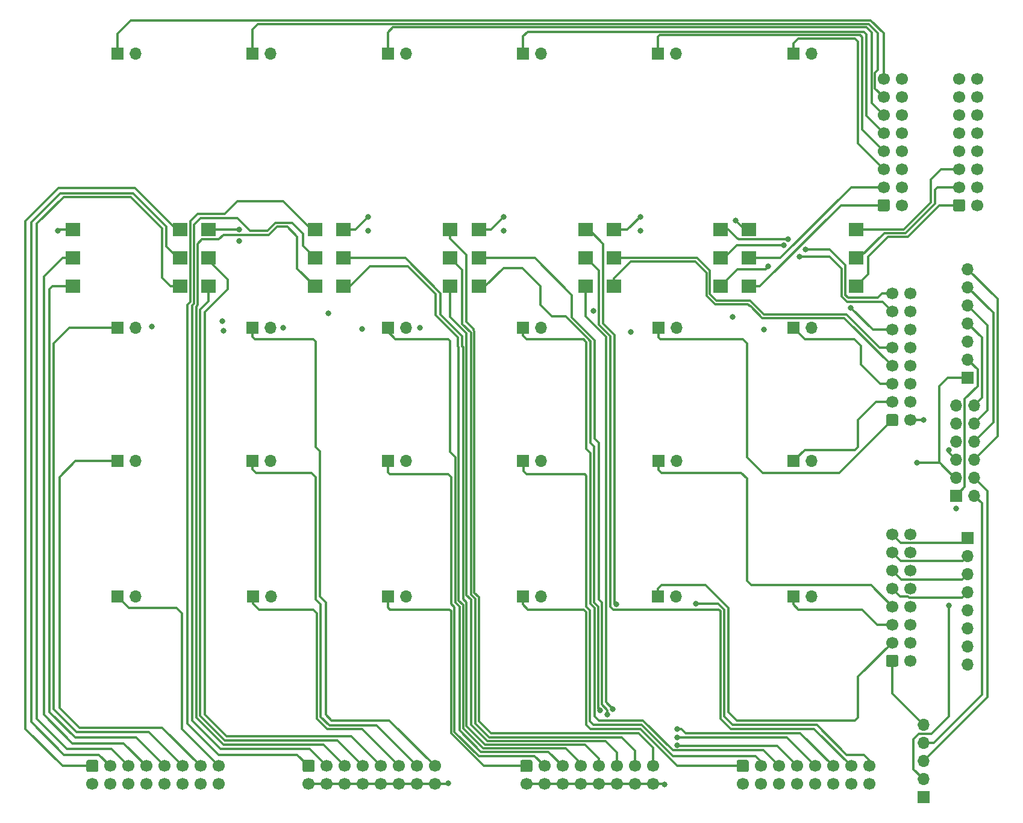
<source format=gbr>
%TF.GenerationSoftware,KiCad,Pcbnew,(5.1.10)-1*%
%TF.CreationDate,2022-05-16T18:50:31-07:00*%
%TF.ProjectId,KeyPad_Board,4b657950-6164-45f4-926f-6172642e6b69,rev?*%
%TF.SameCoordinates,Original*%
%TF.FileFunction,Copper,L1,Top*%
%TF.FilePolarity,Positive*%
%FSLAX46Y46*%
G04 Gerber Fmt 4.6, Leading zero omitted, Abs format (unit mm)*
G04 Created by KiCad (PCBNEW (5.1.10)-1) date 2022-05-16 18:50:31*
%MOMM*%
%LPD*%
G01*
G04 APERTURE LIST*
%TA.AperFunction,ComponentPad*%
%ADD10C,1.700000*%
%TD*%
%TA.AperFunction,SMDPad,CuDef*%
%ADD11R,2.000000X1.900000*%
%TD*%
%TA.AperFunction,ComponentPad*%
%ADD12R,1.700000X1.700000*%
%TD*%
%TA.AperFunction,ComponentPad*%
%ADD13O,1.700000X1.700000*%
%TD*%
%TA.AperFunction,ViaPad*%
%ADD14C,0.800000*%
%TD*%
%TA.AperFunction,Conductor*%
%ADD15C,0.300000*%
%TD*%
G04 APERTURE END LIST*
%TO.P,J6,1*%
%TO.N,R*%
%TA.AperFunction,ComponentPad*%
G36*
G01*
X153750000Y-85600000D02*
X153750000Y-84400000D01*
G75*
G02*
X154000000Y-84150000I250000J0D01*
G01*
X155200000Y-84150000D01*
G75*
G02*
X155450000Y-84400000I0J-250000D01*
G01*
X155450000Y-85600000D01*
G75*
G02*
X155200000Y-85850000I-250000J0D01*
G01*
X154000000Y-85850000D01*
G75*
G02*
X153750000Y-85600000I0J250000D01*
G01*
G37*
%TD.AperFunction*%
D10*
%TO.P,J6,3*%
%TO.N,G*%
X154600000Y-82460000D03*
%TO.P,J6,5*%
%TO.N,T*%
X154600000Y-79920000D03*
%TO.P,J6,7*%
%TO.N,SW5_CLICK*%
X154600000Y-77380000D03*
%TO.P,J6,9*%
%TO.N,SW5_LEFT*%
X154600000Y-74840000D03*
%TO.P,J6,11*%
%TO.N,SW5_DOWN*%
X154600000Y-72300000D03*
%TO.P,J6,13*%
%TO.N,SW5_RIGHT*%
X154600000Y-69760000D03*
%TO.P,J6,15*%
%TO.N,SW5_UP*%
X154600000Y-67220000D03*
%TO.P,J6,2*%
%TO.N,GND*%
X157140000Y-85000000D03*
%TO.P,J6,4*%
X157140000Y-82460000D03*
%TO.P,J6,6*%
X157140000Y-79920000D03*
%TO.P,J6,8*%
X157140000Y-77380000D03*
%TO.P,J6,10*%
X157140000Y-74840000D03*
%TO.P,J6,12*%
X157140000Y-72300000D03*
%TO.P,J6,14*%
X157140000Y-69760000D03*
%TO.P,J6,16*%
X157140000Y-67220000D03*
%TD*%
D11*
%TO.P,SW6,4*%
%TO.N,SW6_UP*%
X149500000Y-58200000D03*
%TO.P,SW6,5*%
%TO.N,SW6_RIGHT*%
X149500000Y-62200000D03*
%TO.P,SW6,6*%
%TO.N,SW6_DOWN*%
X149500000Y-66200000D03*
%TO.P,SW6,1*%
%TO.N,GND*%
X134500000Y-58200000D03*
%TO.P,SW6,2*%
%TO.N,SW6_LEFT*%
X134500000Y-62200000D03*
%TO.P,SW6,3*%
%TO.N,SW6_CLICK*%
X134500000Y-66200000D03*
%TD*%
%TO.P,J1,1*%
%TO.N,SW1_UP*%
%TA.AperFunction,ComponentPad*%
G36*
G01*
X41600000Y-132750000D02*
X42800000Y-132750000D01*
G75*
G02*
X43050000Y-133000000I0J-250000D01*
G01*
X43050000Y-134200000D01*
G75*
G02*
X42800000Y-134450000I-250000J0D01*
G01*
X41600000Y-134450000D01*
G75*
G02*
X41350000Y-134200000I0J250000D01*
G01*
X41350000Y-133000000D01*
G75*
G02*
X41600000Y-132750000I250000J0D01*
G01*
G37*
%TD.AperFunction*%
D10*
%TO.P,J1,3*%
%TO.N,SW1_RIGHT*%
X44740000Y-133600000D03*
%TO.P,J1,5*%
%TO.N,SW1_DOWN*%
X47280000Y-133600000D03*
%TO.P,J1,7*%
%TO.N,SW1_LEFT*%
X49820000Y-133600000D03*
%TO.P,J1,9*%
%TO.N,SW1_CLICK*%
X52360000Y-133600000D03*
%TO.P,J1,11*%
%TO.N,TAB*%
X54900000Y-133600000D03*
%TO.P,J1,13*%
%TO.N,SHIFT*%
X57440000Y-133600000D03*
%TO.P,J1,15*%
%TO.N,CTRL*%
X59980000Y-133600000D03*
%TO.P,J1,2*%
%TO.N,GND*%
X42200000Y-136140000D03*
%TO.P,J1,4*%
X44740000Y-136140000D03*
%TO.P,J1,6*%
X47280000Y-136140000D03*
%TO.P,J1,8*%
X49820000Y-136140000D03*
%TO.P,J1,10*%
X52360000Y-136140000D03*
%TO.P,J1,12*%
X54900000Y-136140000D03*
%TO.P,J1,14*%
X57440000Y-136140000D03*
%TO.P,J1,16*%
X59980000Y-136140000D03*
%TD*%
%TO.P,J2,1*%
%TO.N,SW2_UP*%
%TA.AperFunction,ComponentPad*%
G36*
G01*
X72000000Y-132750000D02*
X73200000Y-132750000D01*
G75*
G02*
X73450000Y-133000000I0J-250000D01*
G01*
X73450000Y-134200000D01*
G75*
G02*
X73200000Y-134450000I-250000J0D01*
G01*
X72000000Y-134450000D01*
G75*
G02*
X71750000Y-134200000I0J250000D01*
G01*
X71750000Y-133000000D01*
G75*
G02*
X72000000Y-132750000I250000J0D01*
G01*
G37*
%TD.AperFunction*%
%TO.P,J2,3*%
%TO.N,SW2_RIGHT*%
X75140000Y-133600000D03*
%TO.P,J2,5*%
%TO.N,SW2_DOWN*%
X77680000Y-133600000D03*
%TO.P,J2,7*%
%TO.N,SW2_CLICK*%
X80220000Y-133600000D03*
%TO.P,J2,9*%
%TO.N,SW2_LEFT*%
X82760000Y-133600000D03*
%TO.P,J2,11*%
%TO.N,Z*%
X85300000Y-133600000D03*
%TO.P,J2,13*%
%TO.N,A*%
X87840000Y-133600000D03*
%TO.P,J2,15*%
%TO.N,Q*%
X90380000Y-133600000D03*
%TO.P,J2,2*%
%TO.N,GND*%
X72600000Y-136140000D03*
%TO.P,J2,4*%
X75140000Y-136140000D03*
%TO.P,J2,6*%
X77680000Y-136140000D03*
%TO.P,J2,8*%
X80220000Y-136140000D03*
%TO.P,J2,10*%
X82760000Y-136140000D03*
%TO.P,J2,12*%
X85300000Y-136140000D03*
%TO.P,J2,14*%
X87840000Y-136140000D03*
%TO.P,J2,16*%
X90380000Y-136140000D03*
%TD*%
%TO.P,J3,1*%
%TO.N,X*%
%TA.AperFunction,ComponentPad*%
G36*
G01*
X102600000Y-132750000D02*
X103800000Y-132750000D01*
G75*
G02*
X104050000Y-133000000I0J-250000D01*
G01*
X104050000Y-134200000D01*
G75*
G02*
X103800000Y-134450000I-250000J0D01*
G01*
X102600000Y-134450000D01*
G75*
G02*
X102350000Y-134200000I0J250000D01*
G01*
X102350000Y-133000000D01*
G75*
G02*
X102600000Y-132750000I250000J0D01*
G01*
G37*
%TD.AperFunction*%
%TO.P,J3,3*%
%TO.N,S*%
X105740000Y-133600000D03*
%TO.P,J3,5*%
%TO.N,W*%
X108280000Y-133600000D03*
%TO.P,J3,7*%
%TO.N,SW3_CLICK*%
X110820000Y-133600000D03*
%TO.P,J3,9*%
%TO.N,SW3_LEFT*%
X113360000Y-133600000D03*
%TO.P,J3,11*%
%TO.N,SW3_DOWN*%
X115900000Y-133600000D03*
%TO.P,J3,13*%
%TO.N,SW3_RIGHT*%
X118440000Y-133600000D03*
%TO.P,J3,15*%
%TO.N,SW3_UP*%
X120980000Y-133600000D03*
%TO.P,J3,2*%
%TO.N,GND*%
X103200000Y-136140000D03*
%TO.P,J3,4*%
X105740000Y-136140000D03*
%TO.P,J3,6*%
X108280000Y-136140000D03*
%TO.P,J3,8*%
X110820000Y-136140000D03*
%TO.P,J3,10*%
X113360000Y-136140000D03*
%TO.P,J3,12*%
X115900000Y-136140000D03*
%TO.P,J3,14*%
X118440000Y-136140000D03*
%TO.P,J3,16*%
X120980000Y-136140000D03*
%TD*%
%TO.P,J4,16*%
%TO.N,GND*%
X151380000Y-136140000D03*
%TO.P,J4,14*%
X148840000Y-136140000D03*
%TO.P,J4,12*%
X146300000Y-136140000D03*
%TO.P,J4,10*%
X143760000Y-136140000D03*
%TO.P,J4,8*%
X141220000Y-136140000D03*
%TO.P,J4,6*%
X138680000Y-136140000D03*
%TO.P,J4,4*%
X136140000Y-136140000D03*
%TO.P,J4,2*%
X133600000Y-136140000D03*
%TO.P,J4,15*%
%TO.N,SW4_UP*%
X151380000Y-133600000D03*
%TO.P,J4,13*%
%TO.N,SW4_RIGHT*%
X148840000Y-133600000D03*
%TO.P,J4,11*%
%TO.N,SW4_DOWN*%
X146300000Y-133600000D03*
%TO.P,J4,9*%
%TO.N,SW4_LEFT*%
X143760000Y-133600000D03*
%TO.P,J4,7*%
%TO.N,SW4_CLICK*%
X141220000Y-133600000D03*
%TO.P,J4,5*%
%TO.N,E*%
X138680000Y-133600000D03*
%TO.P,J4,3*%
%TO.N,D*%
X136140000Y-133600000D03*
%TO.P,J4,1*%
%TO.N,C*%
%TA.AperFunction,ComponentPad*%
G36*
G01*
X133000000Y-132750000D02*
X134200000Y-132750000D01*
G75*
G02*
X134450000Y-133000000I0J-250000D01*
G01*
X134450000Y-134200000D01*
G75*
G02*
X134200000Y-134450000I-250000J0D01*
G01*
X133000000Y-134450000D01*
G75*
G02*
X132750000Y-134200000I0J250000D01*
G01*
X132750000Y-133000000D01*
G75*
G02*
X133000000Y-132750000I250000J0D01*
G01*
G37*
%TD.AperFunction*%
%TD*%
%TO.P,J5,16*%
%TO.N,GND*%
X157140000Y-101020000D03*
%TO.P,J5,14*%
X157140000Y-103560000D03*
%TO.P,J5,12*%
X157140000Y-106100000D03*
%TO.P,J5,10*%
X157140000Y-108640000D03*
%TO.P,J5,8*%
X157140000Y-111180000D03*
%TO.P,J5,6*%
X157140000Y-113720000D03*
%TO.P,J5,4*%
X157140000Y-116260000D03*
%TO.P,J5,2*%
X157140000Y-118800000D03*
%TO.P,J5,15*%
%TO.N,SPACE*%
X154600000Y-101020000D03*
%TO.P,J5,13*%
%TO.N,THUMB3*%
X154600000Y-103560000D03*
%TO.P,J5,11*%
%TO.N,THUMB2*%
X154600000Y-106100000D03*
%TO.P,J5,9*%
%TO.N,THUMB1*%
X154600000Y-108640000D03*
%TO.P,J5,7*%
%TO.N,F*%
X154600000Y-111180000D03*
%TO.P,J5,5*%
%TO.N,B*%
X154600000Y-113720000D03*
%TO.P,J5,3*%
%TO.N,V*%
X154600000Y-116260000D03*
%TO.P,J5,1*%
%TO.N,JOYSTICK_CLICK*%
%TA.AperFunction,ComponentPad*%
G36*
G01*
X153750000Y-119400000D02*
X153750000Y-118200000D01*
G75*
G02*
X154000000Y-117950000I250000J0D01*
G01*
X155200000Y-117950000D01*
G75*
G02*
X155450000Y-118200000I0J-250000D01*
G01*
X155450000Y-119400000D01*
G75*
G02*
X155200000Y-119650000I-250000J0D01*
G01*
X154000000Y-119650000D01*
G75*
G02*
X153750000Y-119400000I0J250000D01*
G01*
G37*
%TD.AperFunction*%
%TD*%
%TO.P,J7,16*%
%TO.N,GND*%
X155940000Y-37020000D03*
%TO.P,J7,14*%
X155940000Y-39560000D03*
%TO.P,J7,12*%
X155940000Y-42100000D03*
%TO.P,J7,10*%
X155940000Y-44640000D03*
%TO.P,J7,8*%
X155940000Y-47180000D03*
%TO.P,J7,6*%
X155940000Y-49720000D03*
%TO.P,J7,4*%
X155940000Y-52260000D03*
%TO.P,J7,2*%
X155940000Y-54800000D03*
%TO.P,J7,15*%
%TO.N,ESC*%
X153400000Y-37020000D03*
%TO.P,J7,13*%
%TO.N,F1*%
X153400000Y-39560000D03*
%TO.P,J7,11*%
%TO.N,F2*%
X153400000Y-42100000D03*
%TO.P,J7,9*%
%TO.N,F3*%
X153400000Y-44640000D03*
%TO.P,J7,7*%
%TO.N,F4*%
X153400000Y-47180000D03*
%TO.P,J7,5*%
%TO.N,F5*%
X153400000Y-49720000D03*
%TO.P,J7,3*%
%TO.N,SW6_LEFT*%
X153400000Y-52260000D03*
%TO.P,J7,1*%
%TO.N,SW6_CLICK*%
%TA.AperFunction,ComponentPad*%
G36*
G01*
X152550000Y-55400000D02*
X152550000Y-54200000D01*
G75*
G02*
X152800000Y-53950000I250000J0D01*
G01*
X154000000Y-53950000D01*
G75*
G02*
X154250000Y-54200000I0J-250000D01*
G01*
X154250000Y-55400000D01*
G75*
G02*
X154000000Y-55650000I-250000J0D01*
G01*
X152800000Y-55650000D01*
G75*
G02*
X152550000Y-55400000I0J250000D01*
G01*
G37*
%TD.AperFunction*%
%TD*%
%TO.P,J8,16*%
%TO.N,GND*%
X166550000Y-37020000D03*
%TO.P,J8,14*%
X166550000Y-39560000D03*
%TO.P,J8,12*%
X166550000Y-42100000D03*
%TO.P,J8,10*%
X166550000Y-44640000D03*
%TO.P,J8,8*%
X166550000Y-47180000D03*
%TO.P,J8,6*%
X166550000Y-49720000D03*
%TO.P,J8,4*%
X166550000Y-52260000D03*
%TO.P,J8,2*%
X166550000Y-54800000D03*
%TO.P,J8,15*%
%TO.N,N/C*%
X164010000Y-37020000D03*
%TO.P,J8,13*%
X164010000Y-39560000D03*
%TO.P,J8,11*%
X164010000Y-42100000D03*
%TO.P,J8,9*%
X164010000Y-44640000D03*
%TO.P,J8,7*%
X164010000Y-47180000D03*
%TO.P,J8,5*%
%TO.N,SW6_UP*%
X164010000Y-49720000D03*
%TO.P,J8,3*%
%TO.N,SW6_RIGHT*%
X164010000Y-52260000D03*
%TO.P,J8,1*%
%TO.N,SW6_DOWN*%
%TA.AperFunction,ComponentPad*%
G36*
G01*
X163160000Y-55400000D02*
X163160000Y-54200000D01*
G75*
G02*
X163410000Y-53950000I250000J0D01*
G01*
X164610000Y-53950000D01*
G75*
G02*
X164860000Y-54200000I0J-250000D01*
G01*
X164860000Y-55400000D01*
G75*
G02*
X164610000Y-55650000I-250000J0D01*
G01*
X163410000Y-55650000D01*
G75*
G02*
X163160000Y-55400000I0J250000D01*
G01*
G37*
%TD.AperFunction*%
%TD*%
D12*
%TO.P,J9,1*%
%TO.N,GND*%
X159000000Y-138000000D03*
D13*
%TO.P,J9,2*%
%TO.N,+3V3*%
X159000000Y-135460000D03*
%TO.P,J9,3*%
%TO.N,VRY*%
X159000000Y-132920000D03*
%TO.P,J9,4*%
%TO.N,VRX*%
X159000000Y-130380000D03*
%TO.P,J9,5*%
%TO.N,JOYSTICK_CLICK*%
X159000000Y-127840000D03*
%TD*%
D12*
%TO.P,J10,1*%
%TO.N,+5V*%
X165200000Y-79000000D03*
D13*
%TO.P,J10,2*%
%TO.N,+3V3*%
X165200000Y-76460000D03*
%TO.P,J10,3*%
%TO.N,GND*%
X165200000Y-73920000D03*
%TO.P,J10,4*%
%TO.N,SPI_MOSI*%
X165200000Y-71380000D03*
%TO.P,J10,5*%
%TO.N,SPI_MISO*%
X165200000Y-68840000D03*
%TO.P,J10,6*%
%TO.N,SPI_SCLK*%
X165200000Y-66300000D03*
%TO.P,J10,7*%
%TO.N,SPI_CSN*%
X165200000Y-63760000D03*
%TD*%
D12*
%TO.P,J11,1*%
%TO.N,SPACE*%
X165200000Y-101600000D03*
D13*
%TO.P,J11,2*%
%TO.N,THUMB3*%
X165200000Y-104140000D03*
%TO.P,J11,3*%
%TO.N,THUMB2*%
X165200000Y-106680000D03*
%TO.P,J11,4*%
%TO.N,THUMB1*%
X165200000Y-109220000D03*
%TO.P,J11,5*%
%TO.N,GND*%
X165200000Y-111760000D03*
%TO.P,J11,6*%
X165200000Y-114300000D03*
%TO.P,J11,7*%
X165200000Y-116840000D03*
%TO.P,J11,8*%
X165200000Y-119380000D03*
%TD*%
D12*
%TO.P,KB1,1*%
%TO.N,ESC*%
X45710000Y-33500000D03*
D13*
%TO.P,KB1,2*%
%TO.N,GND*%
X48250000Y-33500000D03*
%TD*%
%TO.P,KB2,2*%
%TO.N,GND*%
X67250000Y-33500000D03*
D12*
%TO.P,KB2,1*%
%TO.N,F1*%
X64710000Y-33500000D03*
%TD*%
%TO.P,KB3,1*%
%TO.N,F2*%
X83710000Y-33500000D03*
D13*
%TO.P,KB3,2*%
%TO.N,GND*%
X86250000Y-33500000D03*
%TD*%
%TO.P,KB4,2*%
%TO.N,GND*%
X105290000Y-33500000D03*
D12*
%TO.P,KB4,1*%
%TO.N,F3*%
X102750000Y-33500000D03*
%TD*%
%TO.P,KB5,1*%
%TO.N,F4*%
X121710000Y-33500000D03*
D13*
%TO.P,KB5,2*%
%TO.N,GND*%
X124250000Y-33500000D03*
%TD*%
%TO.P,KB6,2*%
%TO.N,GND*%
X143290000Y-33500000D03*
D12*
%TO.P,KB6,1*%
%TO.N,F5*%
X140750000Y-33500000D03*
%TD*%
%TO.P,KB7,1*%
%TO.N,TAB*%
X45710000Y-72000000D03*
D13*
%TO.P,KB7,2*%
%TO.N,GND*%
X48250000Y-72000000D03*
%TD*%
%TO.P,KB8,2*%
%TO.N,GND*%
X67250000Y-72000000D03*
D12*
%TO.P,KB8,1*%
%TO.N,Q*%
X64710000Y-72000000D03*
%TD*%
D13*
%TO.P,KB9,2*%
%TO.N,GND*%
X86250000Y-72000000D03*
D12*
%TO.P,KB9,1*%
%TO.N,W*%
X83710000Y-72000000D03*
%TD*%
%TO.P,KB10,1*%
%TO.N,E*%
X102710000Y-72000000D03*
D13*
%TO.P,KB10,2*%
%TO.N,GND*%
X105250000Y-72000000D03*
%TD*%
%TO.P,KB11,2*%
%TO.N,GND*%
X124290000Y-72000000D03*
D12*
%TO.P,KB11,1*%
%TO.N,R*%
X121750000Y-72000000D03*
%TD*%
%TO.P,KB12,1*%
%TO.N,T*%
X140710000Y-72000000D03*
D13*
%TO.P,KB12,2*%
%TO.N,GND*%
X143250000Y-72000000D03*
%TD*%
D12*
%TO.P,KB13,1*%
%TO.N,SHIFT*%
X45710000Y-90750000D03*
D13*
%TO.P,KB13,2*%
%TO.N,GND*%
X48250000Y-90750000D03*
%TD*%
%TO.P,KB14,2*%
%TO.N,GND*%
X67250000Y-90750000D03*
D12*
%TO.P,KB14,1*%
%TO.N,A*%
X64710000Y-90750000D03*
%TD*%
%TO.P,KB15,1*%
%TO.N,S*%
X83750000Y-90750000D03*
D13*
%TO.P,KB15,2*%
%TO.N,GND*%
X86290000Y-90750000D03*
%TD*%
%TO.P,KB16,2*%
%TO.N,GND*%
X105290000Y-90750000D03*
D12*
%TO.P,KB16,1*%
%TO.N,D*%
X102750000Y-90750000D03*
%TD*%
%TO.P,KB17,1*%
%TO.N,F*%
X121750000Y-90750000D03*
D13*
%TO.P,KB17,2*%
%TO.N,GND*%
X124290000Y-90750000D03*
%TD*%
%TO.P,KB18,2*%
%TO.N,GND*%
X143290000Y-90750000D03*
D12*
%TO.P,KB18,1*%
%TO.N,G*%
X140750000Y-90750000D03*
%TD*%
%TO.P,KB19,1*%
%TO.N,CTRL*%
X45710000Y-109750000D03*
D13*
%TO.P,KB19,2*%
%TO.N,GND*%
X48250000Y-109750000D03*
%TD*%
%TO.P,KB20,2*%
%TO.N,GND*%
X67290000Y-109750000D03*
D12*
%TO.P,KB20,1*%
%TO.N,Z*%
X64750000Y-109750000D03*
%TD*%
%TO.P,KB21,1*%
%TO.N,X*%
X83710000Y-109750000D03*
D13*
%TO.P,KB21,2*%
%TO.N,GND*%
X86250000Y-109750000D03*
%TD*%
%TO.P,KB22,2*%
%TO.N,GND*%
X105250000Y-109750000D03*
D12*
%TO.P,KB22,1*%
%TO.N,C*%
X102710000Y-109750000D03*
%TD*%
%TO.P,KB23,1*%
%TO.N,V*%
X121710000Y-109750000D03*
D13*
%TO.P,KB23,2*%
%TO.N,GND*%
X124250000Y-109750000D03*
%TD*%
%TO.P,KB24,2*%
%TO.N,GND*%
X143250000Y-109750000D03*
D12*
%TO.P,KB24,1*%
%TO.N,B*%
X140710000Y-109750000D03*
%TD*%
%TO.P,J12,1*%
%TO.N,+3V3*%
X163600000Y-95600000D03*
D13*
%TO.P,J12,2*%
%TO.N,VRX*%
X166140000Y-95600000D03*
%TO.P,J12,3*%
%TO.N,+5V*%
X163600000Y-93060000D03*
%TO.P,J12,4*%
%TO.N,VRY*%
X166140000Y-93060000D03*
%TO.P,J12,5*%
%TO.N,GND*%
X163600000Y-90520000D03*
%TO.P,J12,6*%
%TO.N,SPI_CSN*%
X166140000Y-90520000D03*
%TO.P,J12,7*%
%TO.N,LED_DATA_IN*%
X163600000Y-87980000D03*
%TO.P,J12,8*%
%TO.N,SPI_SCLK*%
X166140000Y-87980000D03*
%TO.P,J12,9*%
%TO.N,I2C_SCL*%
X163600000Y-85440000D03*
%TO.P,J12,10*%
%TO.N,SPI_MISO*%
X166140000Y-85440000D03*
%TO.P,J12,11*%
%TO.N,I2C_SDA*%
X163600000Y-82900000D03*
%TO.P,J12,12*%
%TO.N,SPI_MOSI*%
X166140000Y-82900000D03*
%TD*%
D11*
%TO.P,SW1,3*%
%TO.N,SW1_CLICK*%
X39500000Y-66200000D03*
%TO.P,SW1,2*%
%TO.N,SW1_LEFT*%
X39500000Y-62200000D03*
%TO.P,SW1,1*%
%TO.N,GND*%
X39500000Y-58200000D03*
%TO.P,SW1,6*%
%TO.N,SW1_DOWN*%
X54500000Y-66200000D03*
%TO.P,SW1,5*%
%TO.N,SW1_RIGHT*%
X54500000Y-62200000D03*
%TO.P,SW1,4*%
%TO.N,SW1_UP*%
X54500000Y-58200000D03*
%TD*%
%TO.P,SW2,4*%
%TO.N,SW2_UP*%
X73500000Y-58200000D03*
%TO.P,SW2,5*%
%TO.N,SW2_RIGHT*%
X73500000Y-62200000D03*
%TO.P,SW2,6*%
%TO.N,SW2_DOWN*%
X73500000Y-66200000D03*
%TO.P,SW2,1*%
%TO.N,GND*%
X58500000Y-58200000D03*
%TO.P,SW2,2*%
%TO.N,SW2_LEFT*%
X58500000Y-62200000D03*
%TO.P,SW2,3*%
%TO.N,SW2_CLICK*%
X58500000Y-66200000D03*
%TD*%
%TO.P,SW3,3*%
%TO.N,SW3_CLICK*%
X77500000Y-66200000D03*
%TO.P,SW3,2*%
%TO.N,SW3_LEFT*%
X77500000Y-62200000D03*
%TO.P,SW3,1*%
%TO.N,GND*%
X77500000Y-58200000D03*
%TO.P,SW3,6*%
%TO.N,SW3_DOWN*%
X92500000Y-66200000D03*
%TO.P,SW3,5*%
%TO.N,SW3_RIGHT*%
X92500000Y-62200000D03*
%TO.P,SW3,4*%
%TO.N,SW3_UP*%
X92500000Y-58200000D03*
%TD*%
%TO.P,SW4,4*%
%TO.N,SW4_UP*%
X111500000Y-58200000D03*
%TO.P,SW4,5*%
%TO.N,SW4_RIGHT*%
X111500000Y-62200000D03*
%TO.P,SW4,6*%
%TO.N,SW4_DOWN*%
X111500000Y-66200000D03*
%TO.P,SW4,1*%
%TO.N,GND*%
X96500000Y-58200000D03*
%TO.P,SW4,2*%
%TO.N,SW4_LEFT*%
X96500000Y-62200000D03*
%TO.P,SW4,3*%
%TO.N,SW4_CLICK*%
X96500000Y-66200000D03*
%TD*%
%TO.P,SW5,3*%
%TO.N,SW5_CLICK*%
X115500000Y-66200000D03*
%TO.P,SW5,2*%
%TO.N,SW5_LEFT*%
X115500000Y-62200000D03*
%TO.P,SW5,1*%
%TO.N,GND*%
X115500000Y-58200000D03*
%TO.P,SW5,6*%
%TO.N,SW5_DOWN*%
X130500000Y-66200000D03*
%TO.P,SW5,5*%
%TO.N,SW5_RIGHT*%
X130500000Y-62200000D03*
%TO.P,SW5,4*%
%TO.N,SW5_UP*%
X130500000Y-58200000D03*
%TD*%
D14*
%TO.N,+5V*%
X119200000Y-58400000D03*
X100000000Y-58400000D03*
X81000000Y-58400000D03*
X62800000Y-59800000D03*
X158050000Y-91000000D03*
X75400000Y-70000000D03*
X60500000Y-71100000D03*
X112600000Y-69600000D03*
X132200000Y-70500000D03*
%TO.N,GND*%
X88200000Y-72000000D03*
X69000000Y-72000000D03*
X81000000Y-56400000D03*
X62800000Y-58200000D03*
X100000000Y-56400000D03*
X119200000Y-56400000D03*
X159000000Y-85000000D03*
X162600000Y-89200000D03*
X92200000Y-136000000D03*
X122600000Y-136200000D03*
X50550000Y-71800000D03*
X37350000Y-58400000D03*
X80100000Y-72200000D03*
X60600000Y-72400000D03*
X117900000Y-72600000D03*
X136600000Y-72300000D03*
X132600000Y-56900000D03*
%TO.N,+3V3*%
X163600000Y-97400000D03*
X162600000Y-111000000D03*
%TO.N,SW4_LEFT*%
X114600000Y-126400000D03*
X124400000Y-129600000D03*
%TO.N,SW4_UP*%
X115800000Y-110874990D03*
X127000000Y-110800000D03*
%TO.N,SW4_DOWN*%
X124400000Y-128400000D03*
X115375000Y-125600000D03*
%TO.N,SW4_CLICK*%
X113550000Y-125800000D03*
X124400000Y-130650000D03*
%TO.N,SW5_UP*%
X140000000Y-59600000D03*
X142400000Y-61000000D03*
%TO.N,SW5_RIGHT*%
X139400000Y-60400000D03*
X141600000Y-62000000D03*
%TO.N,SW5_DOWN*%
X148800000Y-69200000D03*
X137200000Y-63400000D03*
%TD*%
D15*
%TO.N,+5V*%
X163434999Y-93225001D02*
X163600000Y-93060000D01*
X163600000Y-93060000D02*
X163265001Y-92725001D01*
X163349998Y-93060000D02*
X163600000Y-93060000D01*
X161200000Y-90910002D02*
X163349998Y-93060000D01*
X161200000Y-80200000D02*
X161200000Y-90910002D01*
X162400000Y-79000000D02*
X161200000Y-80200000D01*
X165200000Y-79000000D02*
X162400000Y-79000000D01*
X161110002Y-91000000D02*
X161200000Y-90910002D01*
X158050000Y-91000000D02*
X161110002Y-91000000D01*
%TO.N,GND*%
X79200000Y-58200000D02*
X81000000Y-56400000D01*
X77500000Y-58200000D02*
X79200000Y-58200000D01*
X58500000Y-58200000D02*
X62800000Y-58200000D01*
X157140000Y-85000000D02*
X159000000Y-85000000D01*
X72600000Y-136140000D02*
X75140000Y-136140000D01*
X75140000Y-136140000D02*
X77680000Y-136140000D01*
X77680000Y-136140000D02*
X80220000Y-136140000D01*
X80220000Y-136140000D02*
X82760000Y-136140000D01*
X82760000Y-136140000D02*
X85300000Y-136140000D01*
X85300000Y-136140000D02*
X87840000Y-136140000D01*
X87840000Y-136140000D02*
X90380000Y-136140000D01*
X92060000Y-136140000D02*
X92200000Y-136000000D01*
X90380000Y-136140000D02*
X92060000Y-136140000D01*
X103200000Y-136140000D02*
X105740000Y-136140000D01*
X108280000Y-136140000D02*
X105740000Y-136140000D01*
X108280000Y-136140000D02*
X110820000Y-136140000D01*
X110820000Y-136140000D02*
X113360000Y-136140000D01*
X113360000Y-136140000D02*
X115900000Y-136140000D01*
X115900000Y-136140000D02*
X118440000Y-136140000D01*
X120980000Y-136140000D02*
X118440000Y-136140000D01*
X122540000Y-136140000D02*
X122600000Y-136200000D01*
X120980000Y-136140000D02*
X122540000Y-136140000D01*
X98200000Y-58200000D02*
X100000000Y-56400000D01*
X96500000Y-58200000D02*
X98200000Y-58200000D01*
X117400000Y-58200000D02*
X119200000Y-56400000D01*
X115500000Y-58200000D02*
X117400000Y-58200000D01*
X134500000Y-58200000D02*
X133900000Y-58200000D01*
X37550000Y-58200000D02*
X37350000Y-58400000D01*
X39500000Y-58200000D02*
X37550000Y-58200000D01*
X133900000Y-58200000D02*
X132600000Y-56900000D01*
X162600000Y-89520000D02*
X163600000Y-90520000D01*
X162600000Y-89200000D02*
X162600000Y-89520000D01*
%TO.N,ESC*%
X45710000Y-30690000D02*
X45710000Y-33500000D01*
X47600000Y-28800000D02*
X45710000Y-30690000D01*
X151600000Y-28800000D02*
X47600000Y-28800000D01*
X153400000Y-30600000D02*
X151600000Y-28800000D01*
X153400000Y-37020000D02*
X153400000Y-30600000D01*
%TO.N,F1*%
X64710000Y-30090000D02*
X64710000Y-33500000D01*
X65499990Y-29300010D02*
X64710000Y-30090000D01*
X152600000Y-30600000D02*
X151300010Y-29300010D01*
X152600000Y-35800000D02*
X152600000Y-30600000D01*
X152199999Y-36200001D02*
X152600000Y-35800000D01*
X152199999Y-38359999D02*
X152199999Y-36200001D01*
X151300010Y-29300010D02*
X65499990Y-29300010D01*
X153400000Y-39560000D02*
X152199999Y-38359999D01*
%TO.N,F2*%
X83710000Y-30490000D02*
X83710000Y-33500000D01*
X84399980Y-29800020D02*
X83710000Y-30490000D01*
X151000020Y-29800020D02*
X84399980Y-29800020D01*
X151699989Y-30499989D02*
X151000020Y-29800020D01*
X151699989Y-40399989D02*
X151699989Y-30499989D01*
X153400000Y-42100000D02*
X151699989Y-40399989D01*
%TO.N,F3*%
X102750000Y-31050000D02*
X102750000Y-33500000D01*
X150600000Y-30400000D02*
X103400000Y-30400000D01*
X103400000Y-30400000D02*
X102750000Y-31050000D01*
X151000000Y-30800000D02*
X150600000Y-30400000D01*
X151000000Y-42240000D02*
X151000000Y-30800000D01*
X153400000Y-44640000D02*
X151000000Y-42240000D01*
%TO.N,F4*%
X121710000Y-31090000D02*
X121710000Y-33500000D01*
X121899990Y-30900010D02*
X121710000Y-31090000D01*
X150100010Y-30900010D02*
X121899990Y-30900010D01*
X150400000Y-31200000D02*
X150100010Y-30900010D01*
X150400000Y-44180000D02*
X150400000Y-31200000D01*
X153400000Y-47180000D02*
X150400000Y-44180000D01*
%TO.N,F5*%
X140750000Y-32050000D02*
X140750000Y-33500000D01*
X141399980Y-31400020D02*
X140750000Y-32050000D01*
X149400020Y-31400020D02*
X141399980Y-31400020D01*
X149800000Y-31800000D02*
X149400020Y-31400020D01*
X149800000Y-46120000D02*
X149800000Y-31800000D01*
X153400000Y-49720000D02*
X149800000Y-46120000D01*
%TO.N,TAB*%
X39000000Y-72000000D02*
X45710000Y-72000000D01*
X36800000Y-74200000D02*
X39000000Y-72000000D01*
X36800000Y-125600000D02*
X36800000Y-74200000D01*
X40000000Y-128800000D02*
X36800000Y-125600000D01*
X50100000Y-128800000D02*
X40000000Y-128800000D01*
X54900000Y-133600000D02*
X50100000Y-128800000D01*
%TO.N,Q*%
X65000000Y-73600000D02*
X64710000Y-73310000D01*
X73230344Y-73600000D02*
X65000000Y-73600000D01*
X73600000Y-73969656D02*
X73230344Y-73600000D01*
X73600000Y-88800000D02*
X73600000Y-73969656D01*
X64710000Y-73310000D02*
X64710000Y-72000000D01*
X74200000Y-89400000D02*
X73600000Y-88800000D01*
X74200000Y-109800000D02*
X74200000Y-89400000D01*
X75000000Y-110600000D02*
X74200000Y-109800000D01*
X75775010Y-127175010D02*
X75000000Y-126400000D01*
X83955010Y-127175010D02*
X75775010Y-127175010D01*
X75000000Y-126400000D02*
X75000000Y-110600000D01*
X90380000Y-133600000D02*
X83955010Y-127175010D01*
%TO.N,W*%
X106280000Y-131600000D02*
X108280000Y-133600000D01*
X96800000Y-131600000D02*
X106280000Y-131600000D01*
X92475010Y-89475010D02*
X93200000Y-90200000D01*
X93800000Y-128600000D02*
X96800000Y-131600000D01*
X92475010Y-73844666D02*
X92475010Y-89475010D01*
X93800000Y-111200000D02*
X93800000Y-128600000D01*
X92230344Y-73600000D02*
X92475010Y-73844666D01*
X93200000Y-90200000D02*
X93200000Y-110600000D01*
X84800000Y-73600000D02*
X92230344Y-73600000D01*
X93200000Y-110600000D02*
X93800000Y-111200000D01*
X83710000Y-72510000D02*
X84800000Y-73600000D01*
X83710000Y-72000000D02*
X83710000Y-72510000D01*
%TO.N,E*%
X102710000Y-73110000D02*
X102710000Y-72000000D01*
X103200000Y-73600000D02*
X102710000Y-73110000D01*
X111230344Y-73600000D02*
X103200000Y-73600000D01*
X138680000Y-133600000D02*
X136480000Y-131400000D01*
X136480000Y-131400000D02*
X123800000Y-131400000D01*
X123800000Y-131400000D02*
X119575010Y-127175010D01*
X119575010Y-127175010D02*
X113375010Y-127175010D01*
X111475010Y-73875010D02*
X111475010Y-73844666D01*
X113375010Y-127175010D02*
X112800000Y-126600000D01*
X112800000Y-126600000D02*
X112800000Y-111400000D01*
X112200000Y-110800000D02*
X112200000Y-89600000D01*
X111600000Y-89000000D02*
X111600000Y-74000000D01*
X112200000Y-89600000D02*
X111600000Y-89000000D01*
X112800000Y-111400000D02*
X112200000Y-110800000D01*
X111600000Y-74000000D02*
X111475010Y-73875010D01*
X111475010Y-73844666D02*
X111230344Y-73600000D01*
%TO.N,R*%
X121800000Y-72050000D02*
X121750000Y-72000000D01*
X122000000Y-73600000D02*
X121800000Y-73400000D01*
X134200000Y-74200000D02*
X133600000Y-73600000D01*
X133600000Y-73600000D02*
X122000000Y-73600000D01*
X136400000Y-92400000D02*
X134200000Y-90200000D01*
X121800000Y-73400000D02*
X121800000Y-72050000D01*
X147200000Y-92400000D02*
X136400000Y-92400000D01*
X134200000Y-90200000D02*
X134200000Y-74200000D01*
X154600000Y-85000000D02*
X147200000Y-92400000D01*
%TO.N,T*%
X142334990Y-73624990D02*
X140710000Y-72000000D01*
X149255334Y-73624990D02*
X142334990Y-73624990D01*
X150200000Y-74569656D02*
X149255334Y-73624990D01*
X150200000Y-77200000D02*
X150200000Y-74569656D01*
X152920000Y-79920000D02*
X150200000Y-77200000D01*
X154600000Y-79920000D02*
X152920000Y-79920000D01*
%TO.N,SHIFT*%
X39850000Y-90750000D02*
X45710000Y-90750000D01*
X37600000Y-93000000D02*
X39850000Y-90750000D01*
X37600000Y-125400000D02*
X37600000Y-93000000D01*
X40400000Y-128200000D02*
X37600000Y-125400000D01*
X52040000Y-128200000D02*
X40400000Y-128200000D01*
X57440000Y-133600000D02*
X52040000Y-128200000D01*
%TO.N,A*%
X73030344Y-92400000D02*
X65200000Y-92400000D01*
X73600000Y-110200000D02*
X73600000Y-92969656D01*
X73600000Y-92969656D02*
X73030344Y-92400000D01*
X74300010Y-126700010D02*
X74300010Y-110900010D01*
X64710000Y-91910000D02*
X64710000Y-90750000D01*
X75499990Y-127899990D02*
X74300010Y-126700010D01*
X74300010Y-110900010D02*
X73600000Y-110200000D01*
X82139990Y-127899990D02*
X75499990Y-127899990D01*
X65200000Y-92400000D02*
X64710000Y-91910000D01*
X87840000Y-133600000D02*
X82139990Y-127899990D01*
%TO.N,S*%
X84000000Y-92600000D02*
X83750000Y-92350000D01*
X92230344Y-92600000D02*
X84000000Y-92600000D01*
X92600000Y-92969656D02*
X92230344Y-92600000D01*
X83750000Y-92350000D02*
X83750000Y-90750000D01*
X92600000Y-110800000D02*
X92600000Y-92969656D01*
X93100010Y-111300010D02*
X92600000Y-110800000D01*
X93100010Y-128792890D02*
X93100010Y-111300010D01*
X96507120Y-132200000D02*
X93100010Y-128792890D01*
X104340000Y-132200000D02*
X96507120Y-132200000D01*
X105740000Y-133600000D02*
X104340000Y-132200000D01*
%TO.N,D*%
X102750000Y-90750000D02*
X102800000Y-90800000D01*
X135400000Y-132200000D02*
X136140000Y-132940000D01*
X102800000Y-90800000D02*
X102800000Y-92200000D01*
X102800000Y-92200000D02*
X103200000Y-92600000D01*
X103200000Y-92600000D02*
X111400000Y-92600000D01*
X112100010Y-127300010D02*
X112600000Y-127800000D01*
X111400000Y-92600000D02*
X111600000Y-92800000D01*
X111600000Y-92800000D02*
X111600000Y-111200000D01*
X123800000Y-132200000D02*
X135400000Y-132200000D01*
X111600000Y-111200000D02*
X112100010Y-111700010D01*
X112100010Y-111700010D02*
X112100010Y-127300010D01*
X112600000Y-127800000D02*
X119400000Y-127800000D01*
X136140000Y-132940000D02*
X136140000Y-133600000D01*
X119400000Y-127800000D02*
X123800000Y-132200000D01*
%TO.N,F*%
X121750000Y-91950000D02*
X121750000Y-90750000D01*
X122200000Y-92400000D02*
X121750000Y-91950000D01*
X133400000Y-92400000D02*
X122200000Y-92400000D01*
X134200000Y-93200000D02*
X133400000Y-92400000D01*
X134200000Y-107600000D02*
X134200000Y-93200000D01*
X134800000Y-108200000D02*
X134200000Y-107600000D01*
X151620000Y-108200000D02*
X134800000Y-108200000D01*
X154600000Y-111180000D02*
X151620000Y-108200000D01*
%TO.N,G*%
X154600000Y-82460000D02*
X152340000Y-82460000D01*
X152340000Y-82460000D02*
X149800000Y-85000000D01*
X149800000Y-85000000D02*
X149800000Y-88800000D01*
X149800000Y-88800000D02*
X149400000Y-89200000D01*
X146400000Y-89200000D02*
X146375010Y-89175010D01*
X149400000Y-89200000D02*
X146400000Y-89200000D01*
X142324990Y-89175010D02*
X140750000Y-90750000D01*
X146375010Y-89175010D02*
X142324990Y-89175010D01*
%TO.N,CTRL*%
X59980000Y-133600000D02*
X54800000Y-128420000D01*
X54800000Y-112169656D02*
X54030344Y-111400000D01*
X54800000Y-128420000D02*
X54800000Y-112169656D01*
X47360000Y-111400000D02*
X45710000Y-109750000D01*
X54030344Y-111400000D02*
X47360000Y-111400000D01*
%TO.N,Z*%
X85300000Y-133600000D02*
X80100000Y-128400000D01*
X80100000Y-128400000D02*
X75200000Y-128400000D01*
X75200000Y-128400000D02*
X73800000Y-127000000D01*
X73800000Y-112169656D02*
X73230344Y-111600000D01*
X73800000Y-127000000D02*
X73800000Y-112169656D01*
X73230344Y-111600000D02*
X65600000Y-111600000D01*
X64750000Y-110750000D02*
X64750000Y-109750000D01*
X65600000Y-111600000D02*
X64750000Y-110750000D01*
%TO.N,X*%
X83710000Y-111310000D02*
X83710000Y-109750000D01*
X84000000Y-111600000D02*
X83710000Y-111310000D01*
X92600000Y-111800000D02*
X92400000Y-111600000D01*
X92600000Y-129000000D02*
X92600000Y-111800000D01*
X92400000Y-111600000D02*
X84000000Y-111600000D01*
X97200000Y-133600000D02*
X92600000Y-129000000D01*
X103200000Y-133600000D02*
X97200000Y-133600000D01*
%TO.N,C*%
X102710000Y-110910000D02*
X102710000Y-109750000D01*
X111230344Y-111600000D02*
X103400000Y-111600000D01*
X111600000Y-111969656D02*
X111230344Y-111600000D01*
X111600000Y-127800000D02*
X111600000Y-111969656D01*
X112200000Y-128400000D02*
X111600000Y-127800000D01*
X103400000Y-111600000D02*
X102710000Y-110910000D01*
X119200000Y-128400000D02*
X112200000Y-128400000D01*
X124400000Y-133600000D02*
X119200000Y-128400000D01*
X133600000Y-133600000D02*
X124400000Y-133600000D01*
%TO.N,V*%
X121710000Y-108690000D02*
X121710000Y-109750000D01*
X122200000Y-108200000D02*
X121710000Y-108690000D01*
X128400000Y-108200000D02*
X122200000Y-108200000D01*
X132800000Y-127200000D02*
X131600000Y-126000000D01*
X131600000Y-126000000D02*
X131600000Y-111400000D01*
X149400000Y-127200000D02*
X132800000Y-127200000D01*
X149800000Y-126800000D02*
X149400000Y-127200000D01*
X149800000Y-121060000D02*
X149800000Y-126800000D01*
X131600000Y-111400000D02*
X128400000Y-108200000D01*
X154600000Y-116260000D02*
X149800000Y-121060000D01*
%TO.N,B*%
X140710000Y-109750000D02*
X140710000Y-109090000D01*
X154600000Y-113720000D02*
X152520000Y-113720000D01*
X152520000Y-113720000D02*
X150400000Y-111600000D01*
X150400000Y-111600000D02*
X141400000Y-111600000D01*
X140710000Y-110910000D02*
X140710000Y-109750000D01*
X141400000Y-111600000D02*
X140710000Y-110910000D01*
%TO.N,JOYSTICK_CLICK*%
X154600000Y-123440000D02*
X159000000Y-127840000D01*
X154600000Y-118800000D02*
X154600000Y-123440000D01*
%TO.N,SPACE*%
X154600000Y-101020000D02*
X155780000Y-102200000D01*
X164579999Y-102220001D02*
X165200000Y-101600000D01*
X156563999Y-102220001D02*
X164579999Y-102220001D01*
X156543998Y-102200000D02*
X156563999Y-102220001D01*
X155780000Y-102200000D02*
X156543998Y-102200000D01*
%TO.N,THUMB3*%
X154600000Y-103560000D02*
X155840000Y-104800000D01*
X164540000Y-104800000D02*
X165200000Y-104140000D01*
X155840000Y-104800000D02*
X164540000Y-104800000D01*
%TO.N,THUMB2*%
X154600000Y-106100000D02*
X155900000Y-107400000D01*
X164480000Y-107400000D02*
X165200000Y-106680000D01*
X155900000Y-107400000D02*
X164480000Y-107400000D01*
%TO.N,THUMB1*%
X154600000Y-108640000D02*
X155760000Y-109800000D01*
X164440001Y-109979999D02*
X165200000Y-109220000D01*
X156979999Y-109979999D02*
X164440001Y-109979999D01*
X156800000Y-109800000D02*
X156979999Y-109979999D01*
X155760000Y-109800000D02*
X156800000Y-109800000D01*
%TO.N,+3V3*%
X164800001Y-81999999D02*
X164800001Y-94399999D01*
X166600000Y-80200000D02*
X164800001Y-81999999D01*
X166600000Y-77860000D02*
X166600000Y-80200000D01*
X164800001Y-94399999D02*
X163600000Y-95600000D01*
X165200000Y-76460000D02*
X166600000Y-77860000D01*
X159000000Y-135460000D02*
X157600000Y-134060000D01*
X157600000Y-134060000D02*
X157600000Y-129864000D01*
X157600000Y-129864000D02*
X157600000Y-129800000D01*
X158359999Y-129040001D02*
X160159999Y-129040001D01*
X157600000Y-129800000D02*
X158359999Y-129040001D01*
X162600000Y-126600000D02*
X162600000Y-111000000D01*
X160159999Y-129040001D02*
X162600000Y-126600000D01*
%TO.N,VRX*%
X160420000Y-130380000D02*
X167200000Y-123600000D01*
X159000000Y-130380000D02*
X160420000Y-130380000D01*
X167200000Y-96660000D02*
X166140000Y-95600000D01*
X167200000Y-123600000D02*
X167200000Y-96660000D01*
%TO.N,VRY*%
X159000000Y-132920000D02*
X168000000Y-123920000D01*
X168000000Y-94920000D02*
X166140000Y-93060000D01*
X168000000Y-123920000D02*
X168000000Y-94920000D01*
%TO.N,SPI_MOSI*%
X166140000Y-82900000D02*
X167200000Y-81840000D01*
X167200000Y-73380000D02*
X165200000Y-71380000D01*
X167200000Y-81840000D02*
X167200000Y-73380000D01*
%TO.N,SPI_MISO*%
X166140000Y-85440000D02*
X168000000Y-83580000D01*
X168000000Y-71640000D02*
X165200000Y-68840000D01*
X168000000Y-83580000D02*
X168000000Y-71640000D01*
%TO.N,SPI_SCLK*%
X166140000Y-87980000D02*
X168800000Y-85320000D01*
X168800000Y-69900000D02*
X165200000Y-66300000D01*
X168800000Y-85320000D02*
X168800000Y-69900000D01*
%TO.N,SPI_CSN*%
X166140000Y-90520000D02*
X169400000Y-87260000D01*
X169400000Y-67960000D02*
X165200000Y-63760000D01*
X169400000Y-87260000D02*
X169400000Y-67960000D01*
%TO.N,SW2_RIGHT*%
X71800000Y-60500000D02*
X73500000Y-62200000D01*
X71800000Y-58800000D02*
X71800000Y-60500000D01*
X72740000Y-131200000D02*
X60200000Y-131200000D01*
X60200000Y-131200000D02*
X56200000Y-127200000D01*
X62600000Y-56600000D02*
X64400000Y-58400000D01*
X56200000Y-127200000D02*
X56200000Y-68907120D01*
X56200000Y-68907120D02*
X56500010Y-68607110D01*
X75140000Y-133600000D02*
X72740000Y-131200000D01*
X56500010Y-68607110D02*
X56500010Y-57499990D01*
X56500010Y-57499990D02*
X57400000Y-56600000D01*
X57400000Y-56600000D02*
X62600000Y-56600000D01*
X66800000Y-58400000D02*
X67900000Y-57300000D01*
X67900000Y-57300000D02*
X70300000Y-57300000D01*
X64400000Y-58400000D02*
X66800000Y-58400000D01*
X70300000Y-57300000D02*
X71800000Y-58800000D01*
%TO.N,SW2_UP*%
X62550001Y-54249999D02*
X69049999Y-54249999D01*
X69049999Y-54249999D02*
X73000000Y-58200000D01*
X57000000Y-56000000D02*
X60800000Y-56000000D01*
X73000000Y-58200000D02*
X73500000Y-58200000D01*
X60800000Y-56000000D02*
X62550001Y-54249999D01*
X56000000Y-57000000D02*
X57000000Y-56000000D01*
X55600000Y-68800000D02*
X56000000Y-68400000D01*
X56000000Y-68400000D02*
X56000000Y-57000000D01*
X55600000Y-127600000D02*
X55600000Y-68800000D01*
X60000000Y-132000000D02*
X55600000Y-127600000D01*
X71000000Y-132000000D02*
X60000000Y-132000000D01*
X72600000Y-133600000D02*
X71000000Y-132000000D01*
%TO.N,SW2_LEFT*%
X58500000Y-62200000D02*
X58500000Y-62500000D01*
X61200000Y-66613998D02*
X60400000Y-67413998D01*
X61200000Y-65200000D02*
X61200000Y-66613998D01*
X58500000Y-62500000D02*
X61200000Y-65200000D01*
X60400000Y-67413998D02*
X60386002Y-67413998D01*
X60386002Y-67413998D02*
X58400000Y-69400000D01*
X58000000Y-126330344D02*
X58000000Y-69800000D01*
X61069656Y-129400000D02*
X58000000Y-126330344D01*
X78560000Y-129400000D02*
X61069656Y-129400000D01*
X58000000Y-69800000D02*
X58400000Y-69400000D01*
X82760000Y-133600000D02*
X78560000Y-129400000D01*
%TO.N,SW1_CLICK*%
X36600000Y-66200000D02*
X39500000Y-66200000D01*
X36200000Y-66600000D02*
X36600000Y-66200000D01*
X36200000Y-126000000D02*
X36200000Y-66600000D01*
X39800000Y-129600000D02*
X36200000Y-126000000D01*
X48360000Y-129600000D02*
X39800000Y-129600000D01*
X52360000Y-133600000D02*
X48360000Y-129600000D01*
%TO.N,SW1_DOWN*%
X52000000Y-58000000D02*
X52000000Y-65000000D01*
X47600000Y-53600000D02*
X52000000Y-58000000D01*
X38200000Y-53600000D02*
X47600000Y-53600000D01*
X52000000Y-65000000D02*
X53200000Y-66200000D01*
X34400000Y-127000000D02*
X34400000Y-57400000D01*
X38600000Y-131200000D02*
X34400000Y-127000000D01*
X44880000Y-131200000D02*
X38600000Y-131200000D01*
X53200000Y-66200000D02*
X54500000Y-66200000D01*
X34400000Y-57400000D02*
X38200000Y-53600000D01*
X47280000Y-133600000D02*
X44880000Y-131200000D01*
%TO.N,SW1_RIGHT*%
X52600000Y-60600000D02*
X54200000Y-62200000D01*
X52600000Y-57800000D02*
X52600000Y-60600000D01*
X47899990Y-53099990D02*
X52600000Y-57800000D01*
X37700010Y-53099990D02*
X47899990Y-53099990D01*
X54200000Y-62200000D02*
X54500000Y-62200000D01*
X33600000Y-127400000D02*
X33600000Y-57200000D01*
X33600000Y-57200000D02*
X37700010Y-53099990D01*
X38200000Y-132000000D02*
X33600000Y-127400000D01*
X43140000Y-132000000D02*
X38200000Y-132000000D01*
X44740000Y-133600000D02*
X43140000Y-132000000D01*
%TO.N,SW1_UP*%
X38000000Y-133600000D02*
X42200000Y-133600000D01*
X32800000Y-128400000D02*
X38000000Y-133600000D01*
X32800000Y-57000000D02*
X32800000Y-128400000D01*
X48200000Y-52400000D02*
X37400000Y-52400000D01*
X37400000Y-52400000D02*
X32800000Y-57000000D01*
X54000000Y-58200000D02*
X48200000Y-52400000D01*
X54500000Y-58200000D02*
X54000000Y-58200000D01*
%TO.N,SW1_LEFT*%
X38000000Y-62200000D02*
X39500000Y-62200000D01*
X35400000Y-64800000D02*
X38000000Y-62200000D01*
X35400000Y-126400000D02*
X35400000Y-64800000D01*
X39400000Y-130400000D02*
X35400000Y-126400000D01*
X46620000Y-130400000D02*
X39400000Y-130400000D01*
X49820000Y-133600000D02*
X46620000Y-130400000D01*
%TO.N,SW4_LEFT*%
X143760000Y-133600000D02*
X140360000Y-130200000D01*
X109600000Y-70555416D02*
X109600000Y-67413998D01*
X104386002Y-62200000D02*
X96500000Y-62200000D01*
X112800000Y-73755416D02*
X109600000Y-70555416D01*
X113400000Y-88200000D02*
X112800000Y-87600000D01*
X109600000Y-67413998D02*
X104386002Y-62200000D01*
X113400000Y-110200000D02*
X113400000Y-88200000D01*
X112800000Y-87600000D02*
X112800000Y-73755416D01*
X113400000Y-110200000D02*
X113800000Y-110600000D01*
X113800000Y-110800000D02*
X113800020Y-110800020D01*
X113800000Y-110600000D02*
X113800000Y-110800000D01*
X113800020Y-110800020D02*
X113800020Y-110985780D01*
X114600000Y-125739998D02*
X114600000Y-126400000D01*
X113800020Y-124940018D02*
X114600000Y-125739998D01*
X113800020Y-110985780D02*
X113800020Y-124940018D01*
X140360000Y-130200000D02*
X140360000Y-130160000D01*
X139800000Y-129600000D02*
X124400000Y-129600000D01*
X140360000Y-130160000D02*
X139800000Y-129600000D01*
%TO.N,SW3_CLICK*%
X110820000Y-133220000D02*
X110820000Y-133600000D01*
X108699990Y-131099990D02*
X110820000Y-133220000D01*
X93600000Y-74600000D02*
X93700010Y-74700010D01*
X90450001Y-70250001D02*
X93600000Y-73400000D01*
X77500000Y-66200000D02*
X78400000Y-66200000D01*
X86586002Y-63400000D02*
X90450001Y-67263999D01*
X90450001Y-67263999D02*
X90450001Y-70250001D01*
X81200000Y-63400000D02*
X86586002Y-63400000D01*
X93600000Y-73400000D02*
X93600000Y-74600000D01*
X93700010Y-74700010D02*
X93700010Y-110392890D01*
X93700010Y-110392890D02*
X94300010Y-110992890D01*
X94300010Y-110992890D02*
X94300010Y-128300010D01*
X94300010Y-128300010D02*
X97099990Y-131099990D01*
X78400000Y-66200000D02*
X81200000Y-63400000D01*
X97099990Y-131099990D02*
X108699990Y-131099990D01*
%TO.N,SW3_DOWN*%
X115900000Y-131700000D02*
X115900000Y-133600000D01*
X114299970Y-130099970D02*
X115900000Y-131700000D01*
X97699970Y-130099970D02*
X114299970Y-130099970D01*
X95400000Y-110200000D02*
X95400000Y-127800000D01*
X95400000Y-127800000D02*
X97699970Y-130099970D01*
X94800000Y-109600000D02*
X95400000Y-110200000D01*
X94800000Y-72800000D02*
X94800000Y-109600000D01*
X92500000Y-70500000D02*
X94800000Y-72800000D01*
X92500000Y-66200000D02*
X92500000Y-70500000D01*
%TO.N,SW3_RIGHT*%
X118440000Y-131440000D02*
X118440000Y-133600000D01*
X116599960Y-129599960D02*
X118440000Y-131440000D01*
X97999960Y-129599960D02*
X116599960Y-129599960D01*
X96000000Y-127600000D02*
X97999960Y-129599960D01*
X96000000Y-110092880D02*
X96000000Y-127600000D01*
X95400000Y-109492880D02*
X96000000Y-110092880D01*
X94200000Y-71492880D02*
X95400000Y-72692880D01*
X95400000Y-72692880D02*
X95400000Y-109492880D01*
X94200000Y-63900000D02*
X94200000Y-71492880D01*
X92500000Y-62200000D02*
X94200000Y-63900000D01*
%TO.N,SW3_UP*%
X121000000Y-133580000D02*
X120980000Y-133600000D01*
X121000000Y-131000000D02*
X121000000Y-133580000D01*
X92500000Y-58200000D02*
X92500000Y-59500000D01*
X92500000Y-59500000D02*
X94800000Y-61800000D01*
X94800000Y-61800000D02*
X94800000Y-71200000D01*
X94800000Y-71200000D02*
X95800000Y-72200000D01*
X95800000Y-72200000D02*
X95800000Y-72385760D01*
X95800000Y-72385760D02*
X95900010Y-72485770D01*
X119000000Y-129000000D02*
X121000000Y-131000000D01*
X95900010Y-72485770D02*
X95900010Y-109285770D01*
X96500008Y-114592888D02*
X96500010Y-114592890D01*
X95900010Y-109285770D02*
X96500008Y-109885768D01*
X96500008Y-109885768D02*
X96500008Y-114592888D01*
X98200000Y-129000000D02*
X119000000Y-129000000D01*
X96500010Y-114592890D02*
X96500010Y-127300010D01*
X96500010Y-127300010D02*
X98200000Y-129000000D01*
%TO.N,SW3_LEFT*%
X94800020Y-128000020D02*
X97399980Y-130599980D01*
X77500000Y-62200000D02*
X86200000Y-62200000D01*
X86200000Y-62200000D02*
X91149999Y-67149999D01*
X97399980Y-130599980D02*
X111399980Y-130599980D01*
X91149999Y-67149999D02*
X91149999Y-70149999D01*
X91149999Y-70149999D02*
X94200000Y-73200000D01*
X113360000Y-132560000D02*
X113360000Y-133600000D01*
X94300000Y-110100000D02*
X94800000Y-110600000D01*
X94200000Y-73200000D02*
X94200000Y-74600000D01*
X94299990Y-74699990D02*
X94299990Y-81899990D01*
X111399980Y-130599980D02*
X113360000Y-132560000D01*
X94800000Y-110785760D02*
X94800020Y-110785780D01*
X94200000Y-74600000D02*
X94299990Y-74699990D01*
X94299990Y-81899990D02*
X94300000Y-81900000D01*
X94300000Y-81900000D02*
X94300000Y-110100000D01*
X94800020Y-110785780D02*
X94800020Y-128000020D01*
X94800000Y-110600000D02*
X94800000Y-110785760D01*
%TO.N,SW2_CLICK*%
X58500000Y-68300000D02*
X58500000Y-67300000D01*
X57300010Y-69499990D02*
X58500000Y-68300000D01*
X57300010Y-126500010D02*
X57300010Y-69499990D01*
X60800000Y-130000000D02*
X57300010Y-126500010D01*
X58500000Y-67300000D02*
X58500000Y-66200000D01*
X76620000Y-130000000D02*
X60800000Y-130000000D01*
X80220000Y-133600000D02*
X76620000Y-130000000D01*
%TO.N,SW2_DOWN*%
X71000000Y-63700000D02*
X73500000Y-66200000D01*
X71000000Y-59201998D02*
X71000000Y-63700000D01*
X77680000Y-133600000D02*
X74680000Y-130600000D01*
X74680000Y-130600000D02*
X60600000Y-130600000D01*
X60600000Y-130600000D02*
X56800000Y-126800000D01*
X67000000Y-59000000D02*
X68200000Y-57800000D01*
X56800000Y-126800000D02*
X56800000Y-69014240D01*
X60000000Y-59600000D02*
X60600000Y-59000000D01*
X57000020Y-68814220D02*
X57000020Y-60199980D01*
X60600000Y-59000000D02*
X67000000Y-59000000D01*
X57000020Y-60199980D02*
X57600000Y-59600000D01*
X56800000Y-69014240D02*
X57000020Y-68814220D01*
X57600000Y-59600000D02*
X60000000Y-59600000D01*
X68200000Y-57800000D02*
X69598002Y-57800000D01*
X69598002Y-57800000D02*
X71000000Y-59201998D01*
%TO.N,SW4_UP*%
X111500000Y-58200000D02*
X112000000Y-58200000D01*
X112000000Y-58200000D02*
X114000000Y-60200000D01*
X114000000Y-60200000D02*
X114000000Y-65000000D01*
X114000000Y-65000000D02*
X114000000Y-71400000D01*
X114000000Y-71400000D02*
X115600000Y-73000000D01*
X115600000Y-73000000D02*
X115600000Y-74200000D01*
X115600000Y-74200000D02*
X115600000Y-75600000D01*
X115600000Y-75600000D02*
X115600000Y-81000000D01*
X115600000Y-81000000D02*
X115600000Y-87800000D01*
X115600000Y-87800000D02*
X115600000Y-93800000D01*
X115600000Y-93800000D02*
X115600000Y-110800000D01*
X115725010Y-110800000D02*
X115800000Y-110874990D01*
X115600000Y-110800000D02*
X115725010Y-110800000D01*
X151380000Y-132780000D02*
X151380000Y-133600000D01*
X150600000Y-132000000D02*
X151380000Y-132780000D01*
X148200000Y-132000000D02*
X150600000Y-132000000D01*
X132200000Y-127800000D02*
X144000000Y-127800000D01*
X144000000Y-127800000D02*
X148200000Y-132000000D01*
X131000000Y-126600000D02*
X132200000Y-127800000D01*
X131000000Y-111662536D02*
X131000000Y-126600000D01*
X130137464Y-110800000D02*
X131000000Y-111662536D01*
X127000000Y-110800000D02*
X130137464Y-110800000D01*
%TO.N,SW4_RIGHT*%
X131919676Y-128400000D02*
X143640000Y-128400000D01*
X130475010Y-111844666D02*
X130475010Y-126955334D01*
X130255334Y-111624990D02*
X130475010Y-111844666D01*
X115424990Y-111624990D02*
X130255334Y-111624990D01*
X143640000Y-128400000D02*
X148840000Y-133600000D01*
X115000000Y-111200000D02*
X115424990Y-111624990D01*
X130475010Y-126955334D02*
X131919676Y-128400000D01*
X115000000Y-73200000D02*
X115000000Y-111200000D01*
X113400000Y-64000000D02*
X113400000Y-71600000D01*
X113400000Y-71600000D02*
X115000000Y-73200000D01*
X111600000Y-62200000D02*
X113400000Y-64000000D01*
X111500000Y-62200000D02*
X111600000Y-62200000D01*
%TO.N,SW4_DOWN*%
X125000000Y-128400000D02*
X124400000Y-128400000D01*
X125600000Y-129000000D02*
X125000000Y-128400000D01*
X141700000Y-129000000D02*
X125600000Y-129000000D01*
X146300000Y-133600000D02*
X141700000Y-129000000D01*
X111500000Y-66200000D02*
X111500000Y-70407120D01*
X111500000Y-70407120D02*
X114400000Y-73307120D01*
X114400000Y-73307120D02*
X114400000Y-97600000D01*
X114400000Y-97600000D02*
X114400000Y-110200000D01*
X114400000Y-110200000D02*
X114400000Y-111200000D01*
X114400000Y-124625000D02*
X115375000Y-125600000D01*
X114400000Y-111200000D02*
X114400000Y-124625000D01*
%TO.N,SW4_CLICK*%
X141220000Y-133600000D02*
X138420000Y-130800000D01*
X100000000Y-63600000D02*
X97400000Y-66200000D01*
X108737464Y-70400000D02*
X106813998Y-70400000D01*
X97400000Y-66200000D02*
X96500000Y-66200000D01*
X112700010Y-110300010D02*
X112700010Y-88700010D01*
X102600000Y-63600000D02*
X100000000Y-63600000D01*
X112200000Y-88200000D02*
X112200000Y-73892880D01*
X112200000Y-73892880D02*
X112053560Y-73746440D01*
X112053560Y-73746440D02*
X112053560Y-73716096D01*
X112700010Y-88700010D02*
X112200000Y-88200000D01*
X112053560Y-73716096D02*
X108737464Y-70400000D01*
X106813998Y-70400000D02*
X105200000Y-68786002D01*
X105200000Y-68786002D02*
X105200000Y-66200000D01*
X105200000Y-66200000D02*
X102600000Y-63600000D01*
X112700010Y-110300010D02*
X112700010Y-110592890D01*
X112700010Y-110592890D02*
X113253560Y-111146440D01*
X138420000Y-130800000D02*
X125550000Y-130800000D01*
X113253560Y-111146440D02*
X113300010Y-111192890D01*
X113300010Y-125550010D02*
X113550000Y-125800000D01*
X113300010Y-111192890D02*
X113300010Y-125550010D01*
X124550000Y-130800000D02*
X124400000Y-130650000D01*
X125550000Y-130800000D02*
X124550000Y-130800000D01*
%TO.N,SW5_LEFT*%
X154600000Y-74840000D02*
X152840000Y-74840000D01*
X148150001Y-70150001D02*
X136550001Y-70150001D01*
X152840000Y-74840000D02*
X148150001Y-70150001D01*
X136550001Y-70150001D02*
X134600000Y-68200000D01*
X129919998Y-68200000D02*
X129000000Y-67280002D01*
X134600000Y-68200000D02*
X129919998Y-68200000D01*
X129000000Y-67280002D02*
X129000000Y-64000000D01*
X129000000Y-64000000D02*
X127400000Y-62400000D01*
X127200000Y-62200000D02*
X127400000Y-62400000D01*
X115500000Y-62200000D02*
X127200000Y-62200000D01*
%TO.N,SW5_UP*%
X130500000Y-58200000D02*
X131600000Y-58200000D01*
X131600000Y-58200000D02*
X132800000Y-59400000D01*
X133000000Y-59600000D02*
X140000000Y-59600000D01*
X132800000Y-59400000D02*
X133000000Y-59600000D01*
X142400000Y-61000000D02*
X145800000Y-61000000D01*
X145800000Y-61000000D02*
X148000000Y-63200000D01*
X148000000Y-63200000D02*
X148000000Y-67400000D01*
X148000000Y-67400000D02*
X148400000Y-67800000D01*
X148400000Y-67800000D02*
X152600000Y-67800000D01*
X153180000Y-67220000D02*
X154600000Y-67220000D01*
X152600000Y-67800000D02*
X153180000Y-67220000D01*
%TO.N,SW5_RIGHT*%
X130500000Y-62200000D02*
X131000000Y-62200000D01*
X132800000Y-60400000D02*
X139400000Y-60400000D01*
X131000000Y-62200000D02*
X132800000Y-60400000D01*
X153240000Y-68400000D02*
X154600000Y-69760000D01*
X148292880Y-68400000D02*
X153240000Y-68400000D01*
X147499990Y-67607110D02*
X148292880Y-68400000D01*
X147499990Y-63699990D02*
X147499990Y-67607110D01*
X145800000Y-62000000D02*
X147499990Y-63699990D01*
X141600000Y-62000000D02*
X145800000Y-62000000D01*
%TO.N,SW5_DOWN*%
X151900000Y-72300000D02*
X148800000Y-69200000D01*
X154600000Y-72300000D02*
X151900000Y-72300000D01*
X132900001Y-63799999D02*
X130500000Y-66200000D01*
X136800001Y-63799999D02*
X137200000Y-63400000D01*
X132900001Y-63799999D02*
X136800001Y-63799999D01*
%TO.N,SW6_CLICK*%
X147401998Y-54800000D02*
X153400000Y-54800000D01*
X136001998Y-66200000D02*
X147401998Y-54800000D01*
X134500000Y-66200000D02*
X136001998Y-66200000D01*
%TO.N,SW6_DOWN*%
X149500000Y-66200000D02*
X151200000Y-64500000D01*
X151200000Y-64500000D02*
X151200000Y-62000000D01*
X153999980Y-59200020D02*
X156799980Y-59200020D01*
X151200000Y-62000000D02*
X153999980Y-59200020D01*
X161200000Y-54800000D02*
X163800000Y-54800000D01*
X156799980Y-59200020D02*
X161200000Y-54800000D01*
%TO.N,SW6_RIGHT*%
X149500000Y-62200000D02*
X150000000Y-62200000D01*
X153499990Y-58700010D02*
X156499990Y-58700010D01*
X150000000Y-62200000D02*
X153499990Y-58700010D01*
X156499990Y-58700010D02*
X160600000Y-54600000D01*
X160600000Y-54600000D02*
X160600000Y-52600000D01*
X160940000Y-52260000D02*
X163800000Y-52260000D01*
X160600000Y-52600000D02*
X160940000Y-52260000D01*
%TO.N,SW6_UP*%
X149500000Y-58200000D02*
X156200000Y-58200000D01*
X156200000Y-58200000D02*
X160000000Y-54400000D01*
X160000000Y-54400000D02*
X160000000Y-51200000D01*
X161480000Y-49720000D02*
X163800000Y-49720000D01*
X160000000Y-51200000D02*
X161480000Y-49720000D01*
%TO.N,SW6_LEFT*%
X148826002Y-52260000D02*
X153400000Y-52260000D01*
X138886002Y-62200000D02*
X148826002Y-52260000D01*
X134500000Y-62200000D02*
X138886002Y-62200000D01*
%TO.N,SW5_CLICK*%
X115500000Y-66200000D02*
X115500000Y-65100000D01*
X115500000Y-65100000D02*
X117899990Y-62700010D01*
X117899990Y-62700010D02*
X126900010Y-62700010D01*
X126900010Y-62700010D02*
X128499990Y-64299990D01*
X128499990Y-67487112D02*
X129712886Y-68700008D01*
X128499990Y-64299990D02*
X128499990Y-67487112D01*
X129712886Y-68700008D02*
X134300008Y-68700008D01*
X134692880Y-69000000D02*
X136342889Y-70650009D01*
X134600000Y-69000000D02*
X134692880Y-69000000D01*
X134300008Y-68700008D02*
X134600000Y-69000000D01*
X136342889Y-70650009D02*
X147850009Y-70650009D01*
X154580000Y-77380000D02*
X154600000Y-77380000D01*
X147850009Y-70650009D02*
X154580000Y-77380000D01*
%TD*%
M02*

</source>
